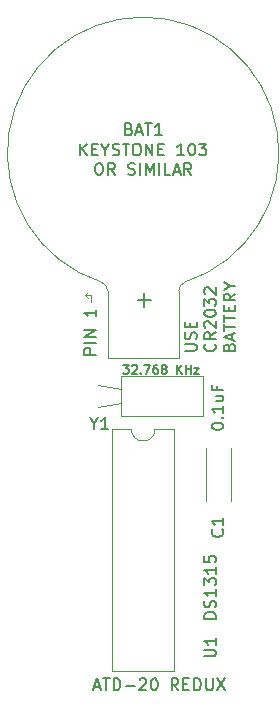
<source format=gto>
%TF.GenerationSoftware,KiCad,Pcbnew,(5.1.9)-1*%
%TF.CreationDate,2021-04-04T21:20:30+08:00*%
%TF.ProjectId,ATD-20-Redux,4154442d-3230-42d5-9265-6475782e6b69,rev?*%
%TF.SameCoordinates,Original*%
%TF.FileFunction,Legend,Top*%
%TF.FilePolarity,Positive*%
%FSLAX46Y46*%
G04 Gerber Fmt 4.6, Leading zero omitted, Abs format (unit mm)*
G04 Created by KiCad (PCBNEW (5.1.9)-1) date 2021-04-04 21:20:30*
%MOMM*%
%LPD*%
G01*
G04 APERTURE LIST*
%ADD10C,0.120000*%
%ADD11C,0.150000*%
G04 APERTURE END LIST*
D10*
X113030000Y-57150000D02*
X113030000Y-57785000D01*
X112522000Y-57150000D02*
X113030000Y-57150000D01*
X112522000Y-57150000D02*
X112776000Y-57404000D01*
X112776000Y-56896000D02*
X112522000Y-57150000D01*
X112522000Y-57150000D02*
X112776000Y-56896000D01*
D11*
X113482380Y-62205952D02*
X112482380Y-62205952D01*
X112482380Y-61825000D01*
X112530000Y-61729761D01*
X112577619Y-61682142D01*
X112672857Y-61634523D01*
X112815714Y-61634523D01*
X112910952Y-61682142D01*
X112958571Y-61729761D01*
X113006190Y-61825000D01*
X113006190Y-62205952D01*
X113482380Y-61205952D02*
X112482380Y-61205952D01*
X113482380Y-60729761D02*
X112482380Y-60729761D01*
X113482380Y-60158333D01*
X112482380Y-60158333D01*
X113482380Y-58396428D02*
X113482380Y-58967857D01*
X113482380Y-58682142D02*
X112482380Y-58682142D01*
X112625238Y-58777380D01*
X112720476Y-58872619D01*
X112768095Y-58967857D01*
X113317976Y-90336666D02*
X113794166Y-90336666D01*
X113222738Y-90622380D02*
X113556071Y-89622380D01*
X113889404Y-90622380D01*
X114079880Y-89622380D02*
X114651309Y-89622380D01*
X114365595Y-90622380D02*
X114365595Y-89622380D01*
X114984642Y-90622380D02*
X114984642Y-89622380D01*
X115222738Y-89622380D01*
X115365595Y-89670000D01*
X115460833Y-89765238D01*
X115508452Y-89860476D01*
X115556071Y-90050952D01*
X115556071Y-90193809D01*
X115508452Y-90384285D01*
X115460833Y-90479523D01*
X115365595Y-90574761D01*
X115222738Y-90622380D01*
X114984642Y-90622380D01*
X115984642Y-90241428D02*
X116746547Y-90241428D01*
X117175119Y-89717619D02*
X117222738Y-89670000D01*
X117317976Y-89622380D01*
X117556071Y-89622380D01*
X117651309Y-89670000D01*
X117698928Y-89717619D01*
X117746547Y-89812857D01*
X117746547Y-89908095D01*
X117698928Y-90050952D01*
X117127500Y-90622380D01*
X117746547Y-90622380D01*
X118365595Y-89622380D02*
X118460833Y-89622380D01*
X118556071Y-89670000D01*
X118603690Y-89717619D01*
X118651309Y-89812857D01*
X118698928Y-90003333D01*
X118698928Y-90241428D01*
X118651309Y-90431904D01*
X118603690Y-90527142D01*
X118556071Y-90574761D01*
X118460833Y-90622380D01*
X118365595Y-90622380D01*
X118270357Y-90574761D01*
X118222738Y-90527142D01*
X118175119Y-90431904D01*
X118127500Y-90241428D01*
X118127500Y-90003333D01*
X118175119Y-89812857D01*
X118222738Y-89717619D01*
X118270357Y-89670000D01*
X118365595Y-89622380D01*
X120460833Y-90622380D02*
X120127500Y-90146190D01*
X119889404Y-90622380D02*
X119889404Y-89622380D01*
X120270357Y-89622380D01*
X120365595Y-89670000D01*
X120413214Y-89717619D01*
X120460833Y-89812857D01*
X120460833Y-89955714D01*
X120413214Y-90050952D01*
X120365595Y-90098571D01*
X120270357Y-90146190D01*
X119889404Y-90146190D01*
X120889404Y-90098571D02*
X121222738Y-90098571D01*
X121365595Y-90622380D02*
X120889404Y-90622380D01*
X120889404Y-89622380D01*
X121365595Y-89622380D01*
X121794166Y-90622380D02*
X121794166Y-89622380D01*
X122032261Y-89622380D01*
X122175119Y-89670000D01*
X122270357Y-89765238D01*
X122317976Y-89860476D01*
X122365595Y-90050952D01*
X122365595Y-90193809D01*
X122317976Y-90384285D01*
X122270357Y-90479523D01*
X122175119Y-90574761D01*
X122032261Y-90622380D01*
X121794166Y-90622380D01*
X122794166Y-89622380D02*
X122794166Y-90431904D01*
X122841785Y-90527142D01*
X122889404Y-90574761D01*
X122984642Y-90622380D01*
X123175119Y-90622380D01*
X123270357Y-90574761D01*
X123317976Y-90527142D01*
X123365595Y-90431904D01*
X123365595Y-89622380D01*
X123746547Y-89622380D02*
X124413214Y-90622380D01*
X124413214Y-89622380D02*
X123746547Y-90622380D01*
X120992380Y-61894404D02*
X121801904Y-61894404D01*
X121897142Y-61846785D01*
X121944761Y-61799166D01*
X121992380Y-61703928D01*
X121992380Y-61513452D01*
X121944761Y-61418214D01*
X121897142Y-61370595D01*
X121801904Y-61322976D01*
X120992380Y-61322976D01*
X121944761Y-60894404D02*
X121992380Y-60751547D01*
X121992380Y-60513452D01*
X121944761Y-60418214D01*
X121897142Y-60370595D01*
X121801904Y-60322976D01*
X121706666Y-60322976D01*
X121611428Y-60370595D01*
X121563809Y-60418214D01*
X121516190Y-60513452D01*
X121468571Y-60703928D01*
X121420952Y-60799166D01*
X121373333Y-60846785D01*
X121278095Y-60894404D01*
X121182857Y-60894404D01*
X121087619Y-60846785D01*
X121040000Y-60799166D01*
X120992380Y-60703928D01*
X120992380Y-60465833D01*
X121040000Y-60322976D01*
X121468571Y-59894404D02*
X121468571Y-59561071D01*
X121992380Y-59418214D02*
X121992380Y-59894404D01*
X120992380Y-59894404D01*
X120992380Y-59418214D01*
X123547142Y-61322976D02*
X123594761Y-61370595D01*
X123642380Y-61513452D01*
X123642380Y-61608690D01*
X123594761Y-61751547D01*
X123499523Y-61846785D01*
X123404285Y-61894404D01*
X123213809Y-61942023D01*
X123070952Y-61942023D01*
X122880476Y-61894404D01*
X122785238Y-61846785D01*
X122690000Y-61751547D01*
X122642380Y-61608690D01*
X122642380Y-61513452D01*
X122690000Y-61370595D01*
X122737619Y-61322976D01*
X123642380Y-60322976D02*
X123166190Y-60656309D01*
X123642380Y-60894404D02*
X122642380Y-60894404D01*
X122642380Y-60513452D01*
X122690000Y-60418214D01*
X122737619Y-60370595D01*
X122832857Y-60322976D01*
X122975714Y-60322976D01*
X123070952Y-60370595D01*
X123118571Y-60418214D01*
X123166190Y-60513452D01*
X123166190Y-60894404D01*
X122737619Y-59942023D02*
X122690000Y-59894404D01*
X122642380Y-59799166D01*
X122642380Y-59561071D01*
X122690000Y-59465833D01*
X122737619Y-59418214D01*
X122832857Y-59370595D01*
X122928095Y-59370595D01*
X123070952Y-59418214D01*
X123642380Y-59989642D01*
X123642380Y-59370595D01*
X122642380Y-58751547D02*
X122642380Y-58656309D01*
X122690000Y-58561071D01*
X122737619Y-58513452D01*
X122832857Y-58465833D01*
X123023333Y-58418214D01*
X123261428Y-58418214D01*
X123451904Y-58465833D01*
X123547142Y-58513452D01*
X123594761Y-58561071D01*
X123642380Y-58656309D01*
X123642380Y-58751547D01*
X123594761Y-58846785D01*
X123547142Y-58894404D01*
X123451904Y-58942023D01*
X123261428Y-58989642D01*
X123023333Y-58989642D01*
X122832857Y-58942023D01*
X122737619Y-58894404D01*
X122690000Y-58846785D01*
X122642380Y-58751547D01*
X122642380Y-58084880D02*
X122642380Y-57465833D01*
X123023333Y-57799166D01*
X123023333Y-57656309D01*
X123070952Y-57561071D01*
X123118571Y-57513452D01*
X123213809Y-57465833D01*
X123451904Y-57465833D01*
X123547142Y-57513452D01*
X123594761Y-57561071D01*
X123642380Y-57656309D01*
X123642380Y-57942023D01*
X123594761Y-58037261D01*
X123547142Y-58084880D01*
X122737619Y-57084880D02*
X122690000Y-57037261D01*
X122642380Y-56942023D01*
X122642380Y-56703928D01*
X122690000Y-56608690D01*
X122737619Y-56561071D01*
X122832857Y-56513452D01*
X122928095Y-56513452D01*
X123070952Y-56561071D01*
X123642380Y-57132500D01*
X123642380Y-56513452D01*
X124768571Y-61561071D02*
X124816190Y-61418214D01*
X124863809Y-61370595D01*
X124959047Y-61322976D01*
X125101904Y-61322976D01*
X125197142Y-61370595D01*
X125244761Y-61418214D01*
X125292380Y-61513452D01*
X125292380Y-61894404D01*
X124292380Y-61894404D01*
X124292380Y-61561071D01*
X124340000Y-61465833D01*
X124387619Y-61418214D01*
X124482857Y-61370595D01*
X124578095Y-61370595D01*
X124673333Y-61418214D01*
X124720952Y-61465833D01*
X124768571Y-61561071D01*
X124768571Y-61894404D01*
X125006666Y-60942023D02*
X125006666Y-60465833D01*
X125292380Y-61037261D02*
X124292380Y-60703928D01*
X125292380Y-60370595D01*
X124292380Y-60180119D02*
X124292380Y-59608690D01*
X125292380Y-59894404D02*
X124292380Y-59894404D01*
X124292380Y-59418214D02*
X124292380Y-58846785D01*
X125292380Y-59132500D02*
X124292380Y-59132500D01*
X124768571Y-58513452D02*
X124768571Y-58180119D01*
X125292380Y-58037261D02*
X125292380Y-58513452D01*
X124292380Y-58513452D01*
X124292380Y-58037261D01*
X125292380Y-57037261D02*
X124816190Y-57370595D01*
X125292380Y-57608690D02*
X124292380Y-57608690D01*
X124292380Y-57227738D01*
X124340000Y-57132500D01*
X124387619Y-57084880D01*
X124482857Y-57037261D01*
X124625714Y-57037261D01*
X124720952Y-57084880D01*
X124768571Y-57132500D01*
X124816190Y-57227738D01*
X124816190Y-57608690D01*
X124816190Y-56418214D02*
X125292380Y-56418214D01*
X124292380Y-56751547D02*
X124816190Y-56418214D01*
X124292380Y-56084880D01*
X112165476Y-45347380D02*
X112165476Y-44347380D01*
X112736904Y-45347380D02*
X112308333Y-44775952D01*
X112736904Y-44347380D02*
X112165476Y-44918809D01*
X113165476Y-44823571D02*
X113498809Y-44823571D01*
X113641666Y-45347380D02*
X113165476Y-45347380D01*
X113165476Y-44347380D01*
X113641666Y-44347380D01*
X114260714Y-44871190D02*
X114260714Y-45347380D01*
X113927380Y-44347380D02*
X114260714Y-44871190D01*
X114594047Y-44347380D01*
X114879761Y-45299761D02*
X115022619Y-45347380D01*
X115260714Y-45347380D01*
X115355952Y-45299761D01*
X115403571Y-45252142D01*
X115451190Y-45156904D01*
X115451190Y-45061666D01*
X115403571Y-44966428D01*
X115355952Y-44918809D01*
X115260714Y-44871190D01*
X115070238Y-44823571D01*
X114975000Y-44775952D01*
X114927380Y-44728333D01*
X114879761Y-44633095D01*
X114879761Y-44537857D01*
X114927380Y-44442619D01*
X114975000Y-44395000D01*
X115070238Y-44347380D01*
X115308333Y-44347380D01*
X115451190Y-44395000D01*
X115736904Y-44347380D02*
X116308333Y-44347380D01*
X116022619Y-45347380D02*
X116022619Y-44347380D01*
X116832142Y-44347380D02*
X117022619Y-44347380D01*
X117117857Y-44395000D01*
X117213095Y-44490238D01*
X117260714Y-44680714D01*
X117260714Y-45014047D01*
X117213095Y-45204523D01*
X117117857Y-45299761D01*
X117022619Y-45347380D01*
X116832142Y-45347380D01*
X116736904Y-45299761D01*
X116641666Y-45204523D01*
X116594047Y-45014047D01*
X116594047Y-44680714D01*
X116641666Y-44490238D01*
X116736904Y-44395000D01*
X116832142Y-44347380D01*
X117689285Y-45347380D02*
X117689285Y-44347380D01*
X118260714Y-45347380D01*
X118260714Y-44347380D01*
X118736904Y-44823571D02*
X119070238Y-44823571D01*
X119213095Y-45347380D02*
X118736904Y-45347380D01*
X118736904Y-44347380D01*
X119213095Y-44347380D01*
X120927380Y-45347380D02*
X120355952Y-45347380D01*
X120641666Y-45347380D02*
X120641666Y-44347380D01*
X120546428Y-44490238D01*
X120451190Y-44585476D01*
X120355952Y-44633095D01*
X121546428Y-44347380D02*
X121641666Y-44347380D01*
X121736904Y-44395000D01*
X121784523Y-44442619D01*
X121832142Y-44537857D01*
X121879761Y-44728333D01*
X121879761Y-44966428D01*
X121832142Y-45156904D01*
X121784523Y-45252142D01*
X121736904Y-45299761D01*
X121641666Y-45347380D01*
X121546428Y-45347380D01*
X121451190Y-45299761D01*
X121403571Y-45252142D01*
X121355952Y-45156904D01*
X121308333Y-44966428D01*
X121308333Y-44728333D01*
X121355952Y-44537857D01*
X121403571Y-44442619D01*
X121451190Y-44395000D01*
X121546428Y-44347380D01*
X122213095Y-44347380D02*
X122832142Y-44347380D01*
X122498809Y-44728333D01*
X122641666Y-44728333D01*
X122736904Y-44775952D01*
X122784523Y-44823571D01*
X122832142Y-44918809D01*
X122832142Y-45156904D01*
X122784523Y-45252142D01*
X122736904Y-45299761D01*
X122641666Y-45347380D01*
X122355952Y-45347380D01*
X122260714Y-45299761D01*
X122213095Y-45252142D01*
X113641666Y-45997380D02*
X113832142Y-45997380D01*
X113927380Y-46045000D01*
X114022619Y-46140238D01*
X114070238Y-46330714D01*
X114070238Y-46664047D01*
X114022619Y-46854523D01*
X113927380Y-46949761D01*
X113832142Y-46997380D01*
X113641666Y-46997380D01*
X113546428Y-46949761D01*
X113451190Y-46854523D01*
X113403571Y-46664047D01*
X113403571Y-46330714D01*
X113451190Y-46140238D01*
X113546428Y-46045000D01*
X113641666Y-45997380D01*
X115070238Y-46997380D02*
X114736904Y-46521190D01*
X114498809Y-46997380D02*
X114498809Y-45997380D01*
X114879761Y-45997380D01*
X114975000Y-46045000D01*
X115022619Y-46092619D01*
X115070238Y-46187857D01*
X115070238Y-46330714D01*
X115022619Y-46425952D01*
X114975000Y-46473571D01*
X114879761Y-46521190D01*
X114498809Y-46521190D01*
X116213095Y-46949761D02*
X116355952Y-46997380D01*
X116594047Y-46997380D01*
X116689285Y-46949761D01*
X116736904Y-46902142D01*
X116784523Y-46806904D01*
X116784523Y-46711666D01*
X116736904Y-46616428D01*
X116689285Y-46568809D01*
X116594047Y-46521190D01*
X116403571Y-46473571D01*
X116308333Y-46425952D01*
X116260714Y-46378333D01*
X116213095Y-46283095D01*
X116213095Y-46187857D01*
X116260714Y-46092619D01*
X116308333Y-46045000D01*
X116403571Y-45997380D01*
X116641666Y-45997380D01*
X116784523Y-46045000D01*
X117213095Y-46997380D02*
X117213095Y-45997380D01*
X117689285Y-46997380D02*
X117689285Y-45997380D01*
X118022619Y-46711666D01*
X118355952Y-45997380D01*
X118355952Y-46997380D01*
X118832142Y-46997380D02*
X118832142Y-45997380D01*
X119784523Y-46997380D02*
X119308333Y-46997380D01*
X119308333Y-45997380D01*
X120070238Y-46711666D02*
X120546428Y-46711666D01*
X119975000Y-46997380D02*
X120308333Y-45997380D01*
X120641666Y-46997380D01*
X121546428Y-46997380D02*
X121213095Y-46521190D01*
X120975000Y-46997380D02*
X120975000Y-45997380D01*
X121355952Y-45997380D01*
X121451190Y-46045000D01*
X121498809Y-46092619D01*
X121546428Y-46187857D01*
X121546428Y-46330714D01*
X121498809Y-46425952D01*
X121451190Y-46473571D01*
X121355952Y-46521190D01*
X120975000Y-46521190D01*
D10*
%TO.C,BAT1*%
X114475000Y-62525000D02*
X114475000Y-56825000D01*
X120475000Y-62525000D02*
X114475000Y-62525000D01*
X120475000Y-62525000D02*
X120475000Y-56825000D01*
X113948616Y-56073246D02*
G75*
G02*
X114475000Y-56825000I-273616J-751754D01*
G01*
X117520281Y-33629329D02*
G75*
G03*
X113975000Y-56075000I-45281J-11495671D01*
G01*
X121001384Y-56073246D02*
G75*
G03*
X120475000Y-56825000I273616J-751754D01*
G01*
X117429719Y-33629329D02*
G75*
G02*
X120975000Y-56075000I45281J-11495671D01*
G01*
%TO.C,C1*%
X124895000Y-70080000D02*
X124895000Y-74620000D01*
X122755000Y-70080000D02*
X122755000Y-74620000D01*
X124895000Y-70080000D02*
X124880000Y-70080000D01*
X122770000Y-70080000D02*
X122755000Y-70080000D01*
X124895000Y-74620000D02*
X124880000Y-74620000D01*
X122770000Y-74620000D02*
X122755000Y-74620000D01*
%TO.C,U1*%
X116475000Y-68520000D02*
X114825000Y-68520000D01*
X114825000Y-68520000D02*
X114825000Y-88960000D01*
X114825000Y-88960000D02*
X120125000Y-88960000D01*
X120125000Y-88960000D02*
X120125000Y-68520000D01*
X120125000Y-68520000D02*
X118475000Y-68520000D01*
X118475000Y-68520000D02*
G75*
G02*
X116475000Y-68520000I-1000000J0D01*
G01*
%TO.C,Y1*%
X113665000Y-64770000D02*
X115570000Y-65151000D01*
X113665000Y-66675000D02*
X115570000Y-66294000D01*
X115570000Y-67425000D02*
X122555000Y-67425000D01*
X122555000Y-64025000D02*
X115570000Y-64025000D01*
X115570000Y-64025000D02*
X115570000Y-67425000D01*
X122555000Y-67425000D02*
X122555000Y-64025000D01*
%TD*%
%TO.C,BAT1*%
D11*
X116260714Y-43108571D02*
X116403571Y-43156190D01*
X116451190Y-43203809D01*
X116498809Y-43299047D01*
X116498809Y-43441904D01*
X116451190Y-43537142D01*
X116403571Y-43584761D01*
X116308333Y-43632380D01*
X115927380Y-43632380D01*
X115927380Y-42632380D01*
X116260714Y-42632380D01*
X116355952Y-42680000D01*
X116403571Y-42727619D01*
X116451190Y-42822857D01*
X116451190Y-42918095D01*
X116403571Y-43013333D01*
X116355952Y-43060952D01*
X116260714Y-43108571D01*
X115927380Y-43108571D01*
X116879761Y-43346666D02*
X117355952Y-43346666D01*
X116784523Y-43632380D02*
X117117857Y-42632380D01*
X117451190Y-43632380D01*
X117641666Y-42632380D02*
X118213095Y-42632380D01*
X117927380Y-43632380D02*
X117927380Y-42632380D01*
X119070238Y-43632380D02*
X118498809Y-43632380D01*
X118784523Y-43632380D02*
X118784523Y-42632380D01*
X118689285Y-42775238D01*
X118594047Y-42870476D01*
X118498809Y-42918095D01*
X117582142Y-58146428D02*
X117582142Y-57003571D01*
X118153571Y-57575000D02*
X117010714Y-57575000D01*
%TO.C,C1*%
X124182142Y-77001666D02*
X124229761Y-77049285D01*
X124277380Y-77192142D01*
X124277380Y-77287380D01*
X124229761Y-77430238D01*
X124134523Y-77525476D01*
X124039285Y-77573095D01*
X123848809Y-77620714D01*
X123705952Y-77620714D01*
X123515476Y-77573095D01*
X123420238Y-77525476D01*
X123325000Y-77430238D01*
X123277380Y-77287380D01*
X123277380Y-77192142D01*
X123325000Y-77049285D01*
X123372619Y-77001666D01*
X124277380Y-76049285D02*
X124277380Y-76620714D01*
X124277380Y-76335000D02*
X123277380Y-76335000D01*
X123420238Y-76430238D01*
X123515476Y-76525476D01*
X123563095Y-76620714D01*
X123277380Y-68317857D02*
X123277380Y-68222619D01*
X123325000Y-68127380D01*
X123372619Y-68079761D01*
X123467857Y-68032142D01*
X123658333Y-67984523D01*
X123896428Y-67984523D01*
X124086904Y-68032142D01*
X124182142Y-68079761D01*
X124229761Y-68127380D01*
X124277380Y-68222619D01*
X124277380Y-68317857D01*
X124229761Y-68413095D01*
X124182142Y-68460714D01*
X124086904Y-68508333D01*
X123896428Y-68555952D01*
X123658333Y-68555952D01*
X123467857Y-68508333D01*
X123372619Y-68460714D01*
X123325000Y-68413095D01*
X123277380Y-68317857D01*
X124182142Y-67555952D02*
X124229761Y-67508333D01*
X124277380Y-67555952D01*
X124229761Y-67603571D01*
X124182142Y-67555952D01*
X124277380Y-67555952D01*
X124277380Y-66555952D02*
X124277380Y-67127380D01*
X124277380Y-66841666D02*
X123277380Y-66841666D01*
X123420238Y-66936904D01*
X123515476Y-67032142D01*
X123563095Y-67127380D01*
X123610714Y-65698809D02*
X124277380Y-65698809D01*
X123610714Y-66127380D02*
X124134523Y-66127380D01*
X124229761Y-66079761D01*
X124277380Y-65984523D01*
X124277380Y-65841666D01*
X124229761Y-65746428D01*
X124182142Y-65698809D01*
X123753571Y-64889285D02*
X123753571Y-65222619D01*
X124277380Y-65222619D02*
X123277380Y-65222619D01*
X123277380Y-64746428D01*
%TO.C,U1*%
X122642380Y-87756904D02*
X123451904Y-87756904D01*
X123547142Y-87709285D01*
X123594761Y-87661666D01*
X123642380Y-87566428D01*
X123642380Y-87375952D01*
X123594761Y-87280714D01*
X123547142Y-87233095D01*
X123451904Y-87185476D01*
X122642380Y-87185476D01*
X123642380Y-86185476D02*
X123642380Y-86756904D01*
X123642380Y-86471190D02*
X122642380Y-86471190D01*
X122785238Y-86566428D01*
X122880476Y-86661666D01*
X122928095Y-86756904D01*
X123642380Y-84557857D02*
X122642380Y-84557857D01*
X122642380Y-84319761D01*
X122690000Y-84176904D01*
X122785238Y-84081666D01*
X122880476Y-84034047D01*
X123070952Y-83986428D01*
X123213809Y-83986428D01*
X123404285Y-84034047D01*
X123499523Y-84081666D01*
X123594761Y-84176904D01*
X123642380Y-84319761D01*
X123642380Y-84557857D01*
X123594761Y-83605476D02*
X123642380Y-83462619D01*
X123642380Y-83224523D01*
X123594761Y-83129285D01*
X123547142Y-83081666D01*
X123451904Y-83034047D01*
X123356666Y-83034047D01*
X123261428Y-83081666D01*
X123213809Y-83129285D01*
X123166190Y-83224523D01*
X123118571Y-83415000D01*
X123070952Y-83510238D01*
X123023333Y-83557857D01*
X122928095Y-83605476D01*
X122832857Y-83605476D01*
X122737619Y-83557857D01*
X122690000Y-83510238D01*
X122642380Y-83415000D01*
X122642380Y-83176904D01*
X122690000Y-83034047D01*
X123642380Y-82081666D02*
X123642380Y-82653095D01*
X123642380Y-82367380D02*
X122642380Y-82367380D01*
X122785238Y-82462619D01*
X122880476Y-82557857D01*
X122928095Y-82653095D01*
X122642380Y-81748333D02*
X122642380Y-81129285D01*
X123023333Y-81462619D01*
X123023333Y-81319761D01*
X123070952Y-81224523D01*
X123118571Y-81176904D01*
X123213809Y-81129285D01*
X123451904Y-81129285D01*
X123547142Y-81176904D01*
X123594761Y-81224523D01*
X123642380Y-81319761D01*
X123642380Y-81605476D01*
X123594761Y-81700714D01*
X123547142Y-81748333D01*
X123642380Y-80176904D02*
X123642380Y-80748333D01*
X123642380Y-80462619D02*
X122642380Y-80462619D01*
X122785238Y-80557857D01*
X122880476Y-80653095D01*
X122928095Y-80748333D01*
X122642380Y-79272142D02*
X122642380Y-79748333D01*
X123118571Y-79795952D01*
X123070952Y-79748333D01*
X123023333Y-79653095D01*
X123023333Y-79415000D01*
X123070952Y-79319761D01*
X123118571Y-79272142D01*
X123213809Y-79224523D01*
X123451904Y-79224523D01*
X123547142Y-79272142D01*
X123594761Y-79319761D01*
X123642380Y-79415000D01*
X123642380Y-79653095D01*
X123594761Y-79748333D01*
X123547142Y-79795952D01*
%TO.C,Y1*%
X113315809Y-68048190D02*
X113315809Y-68524380D01*
X112982476Y-67524380D02*
X113315809Y-68048190D01*
X113649142Y-67524380D01*
X114506285Y-68524380D02*
X113934857Y-68524380D01*
X114220571Y-68524380D02*
X114220571Y-67524380D01*
X114125333Y-67667238D01*
X114030095Y-67762476D01*
X113934857Y-67810095D01*
X115784714Y-63089285D02*
X116249000Y-63089285D01*
X115999000Y-63375000D01*
X116106142Y-63375000D01*
X116177571Y-63410714D01*
X116213285Y-63446428D01*
X116249000Y-63517857D01*
X116249000Y-63696428D01*
X116213285Y-63767857D01*
X116177571Y-63803571D01*
X116106142Y-63839285D01*
X115891857Y-63839285D01*
X115820428Y-63803571D01*
X115784714Y-63767857D01*
X116534714Y-63160714D02*
X116570428Y-63125000D01*
X116641857Y-63089285D01*
X116820428Y-63089285D01*
X116891857Y-63125000D01*
X116927571Y-63160714D01*
X116963285Y-63232142D01*
X116963285Y-63303571D01*
X116927571Y-63410714D01*
X116499000Y-63839285D01*
X116963285Y-63839285D01*
X117284714Y-63767857D02*
X117320428Y-63803571D01*
X117284714Y-63839285D01*
X117249000Y-63803571D01*
X117284714Y-63767857D01*
X117284714Y-63839285D01*
X117570428Y-63089285D02*
X118070428Y-63089285D01*
X117749000Y-63839285D01*
X118677571Y-63089285D02*
X118534714Y-63089285D01*
X118463285Y-63125000D01*
X118427571Y-63160714D01*
X118356142Y-63267857D01*
X118320428Y-63410714D01*
X118320428Y-63696428D01*
X118356142Y-63767857D01*
X118391857Y-63803571D01*
X118463285Y-63839285D01*
X118606142Y-63839285D01*
X118677571Y-63803571D01*
X118713285Y-63767857D01*
X118749000Y-63696428D01*
X118749000Y-63517857D01*
X118713285Y-63446428D01*
X118677571Y-63410714D01*
X118606142Y-63375000D01*
X118463285Y-63375000D01*
X118391857Y-63410714D01*
X118356142Y-63446428D01*
X118320428Y-63517857D01*
X119177571Y-63410714D02*
X119106142Y-63375000D01*
X119070428Y-63339285D01*
X119034714Y-63267857D01*
X119034714Y-63232142D01*
X119070428Y-63160714D01*
X119106142Y-63125000D01*
X119177571Y-63089285D01*
X119320428Y-63089285D01*
X119391857Y-63125000D01*
X119427571Y-63160714D01*
X119463285Y-63232142D01*
X119463285Y-63267857D01*
X119427571Y-63339285D01*
X119391857Y-63375000D01*
X119320428Y-63410714D01*
X119177571Y-63410714D01*
X119106142Y-63446428D01*
X119070428Y-63482142D01*
X119034714Y-63553571D01*
X119034714Y-63696428D01*
X119070428Y-63767857D01*
X119106142Y-63803571D01*
X119177571Y-63839285D01*
X119320428Y-63839285D01*
X119391857Y-63803571D01*
X119427571Y-63767857D01*
X119463285Y-63696428D01*
X119463285Y-63553571D01*
X119427571Y-63482142D01*
X119391857Y-63446428D01*
X119320428Y-63410714D01*
X120356142Y-63839285D02*
X120356142Y-63089285D01*
X120784714Y-63839285D02*
X120463285Y-63410714D01*
X120784714Y-63089285D02*
X120356142Y-63517857D01*
X121106142Y-63839285D02*
X121106142Y-63089285D01*
X121106142Y-63446428D02*
X121534714Y-63446428D01*
X121534714Y-63839285D02*
X121534714Y-63089285D01*
X121820428Y-63339285D02*
X122213285Y-63339285D01*
X121820428Y-63839285D01*
X122213285Y-63839285D01*
%TD*%
M02*

</source>
